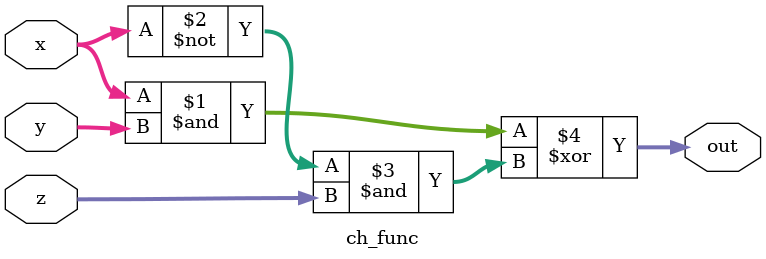
<source format=v>
module ch_func (
    input wire [31:0] x,
    input wire [31:0] y,
    input wire [31:0] z,
    output wire [31:0] out
);

    assign out = (x & y) ^ (~x & z);

endmodule
</source>
